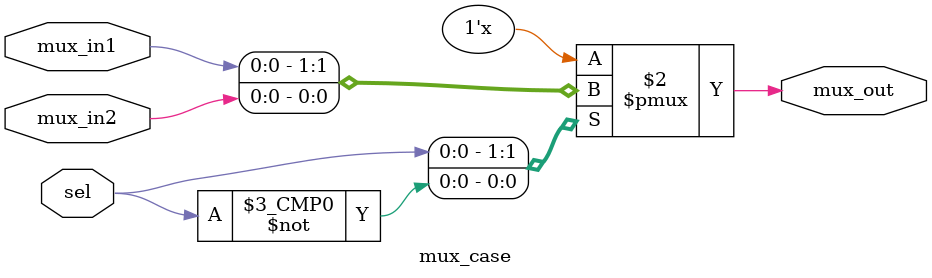
<source format=v>
module mux_case
(input wire mux_in1, mux_in2, sel,
output reg mux_out);

always @ (mux_in1 or mux_in2 or sel)
begin
case (sel)
1'b1 : mux_out = mux_in1;
1'b0 : mux_out = mux_in2;

endcase
end
endmodule


</source>
